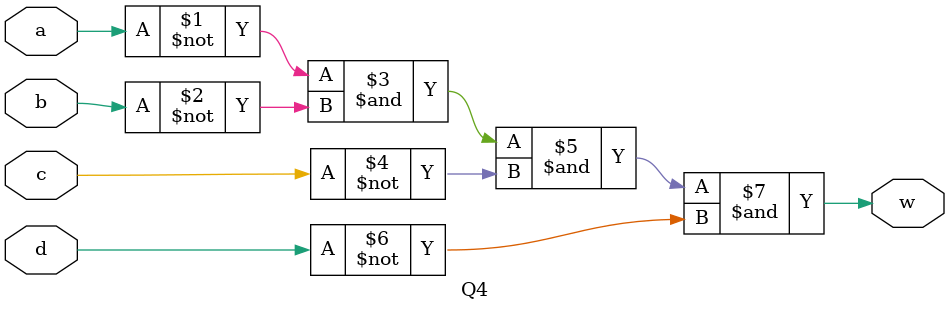
<source format=sv>
  `timescale 1ns/1ns
module Q4(input a,b,c,d, output w);
  assign#(20,36) w=~a&~b&~c&~d;
endmodule

</source>
